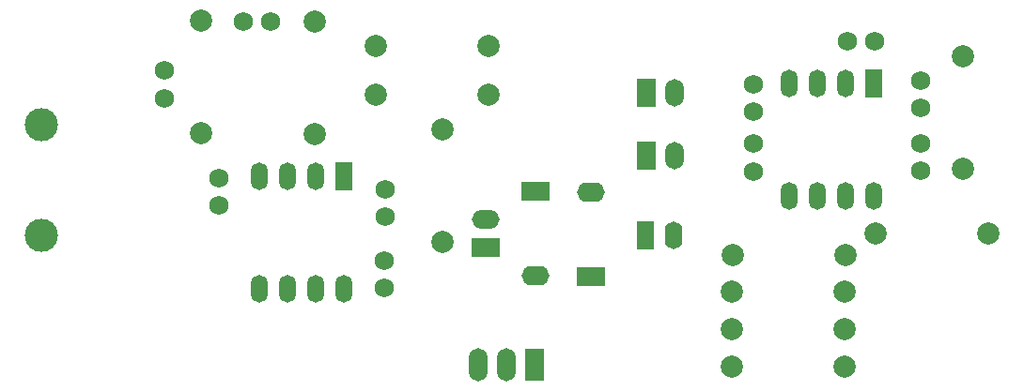
<source format=gbs>
%TF.GenerationSoftware,KiCad,Pcbnew,9.0.0*%
%TF.CreationDate,2025-03-10T10:12:29+01:00*%
%TF.ProjectId,project git rev,70726f6a-6563-4742-9067-697420726576,rev?*%
%TF.SameCoordinates,Original*%
%TF.FileFunction,Soldermask,Bot*%
%TF.FilePolarity,Negative*%
%FSLAX46Y46*%
G04 Gerber Fmt 4.6, Leading zero omitted, Abs format (unit mm)*
G04 Created by KiCad (PCBNEW 9.0.0) date 2025-03-10 10:12:29*
%MOMM*%
%LPD*%
G01*
G04 APERTURE LIST*
%ADD10O,1.700000X3.000000*%
%ADD11R,1.700000X3.000000*%
%ADD12C,2.000000*%
%ADD13C,1.750000*%
%ADD14R,2.500000X1.750000*%
%ADD15O,2.500000X1.750000*%
%ADD16R,1.700000X2.500000*%
%ADD17O,1.700000X2.500000*%
%ADD18R,2.500000X1.700000*%
%ADD19O,2.500000X1.700000*%
%ADD20C,3.000000*%
%ADD21R,1.500000X2.500000*%
%ADD22O,1.500000X2.500000*%
%ADD23R,1.600000X2.500000*%
%ADD24O,1.600000X2.500000*%
G04 APERTURE END LIST*
D10*
%TO.C,J1*%
X154810000Y-115200000D03*
X157350000Y-115200000D03*
D11*
X159890000Y-115200000D03*
%TD*%
D12*
%TO.C,R5*%
X200800000Y-103350000D03*
X190640000Y-103350000D03*
%TD*%
D13*
%TO.C,C11*%
X146400000Y-99300000D03*
X146400000Y-101800000D03*
%TD*%
%TO.C,C9*%
X194650000Y-95150000D03*
X194650000Y-97650000D03*
%TD*%
%TO.C,C3*%
X194650000Y-92000000D03*
X194650000Y-89500000D03*
%TD*%
%TO.C,C2*%
X190550000Y-86000000D03*
X188050000Y-86000000D03*
%TD*%
D12*
%TO.C,R13*%
X187850000Y-108580000D03*
X177690000Y-108580000D03*
%TD*%
%TO.C,R1*%
X129800000Y-84100000D03*
X129800000Y-94260000D03*
%TD*%
%TO.C,R2*%
X151550000Y-104050000D03*
X151550000Y-93890000D03*
%TD*%
D14*
%TO.C,D2*%
X164950000Y-107200000D03*
D15*
X164950000Y-99580000D03*
%TD*%
D13*
%TO.C,C10*%
X126550000Y-91100000D03*
X126550000Y-88600000D03*
%TD*%
D16*
%TO.C,J7*%
X169975000Y-90575000D03*
D17*
X172515000Y-90575000D03*
%TD*%
D12*
%TO.C,R3*%
X140100000Y-84220000D03*
X140100000Y-94380000D03*
%TD*%
%TO.C,R14*%
X187880000Y-105250000D03*
X177720000Y-105250000D03*
%TD*%
D13*
%TO.C,C4*%
X179600000Y-92350000D03*
X179600000Y-89850000D03*
%TD*%
D16*
%TO.C,J11*%
X169950000Y-96300000D03*
D17*
X172490000Y-96300000D03*
%TD*%
D13*
%TO.C,C6*%
X131425000Y-100800000D03*
X131425000Y-98300000D03*
%TD*%
%TO.C,C5*%
X133600000Y-84200000D03*
X136100000Y-84200000D03*
%TD*%
D18*
%TO.C,J4*%
X155500000Y-104550000D03*
D19*
X155500000Y-102010000D03*
%TD*%
D13*
%TO.C,C1*%
X179600000Y-97700000D03*
X179600000Y-95200000D03*
%TD*%
D12*
%TO.C,R8*%
X145600000Y-90800000D03*
X155760000Y-90800000D03*
%TD*%
D20*
%TO.C,MK1*%
X115407163Y-103500000D03*
X115407163Y-93500000D03*
%TD*%
D21*
%TO.C,LM567CN1*%
X190450000Y-89800000D03*
D22*
X187910000Y-89800000D03*
X185370000Y-89800000D03*
X182830000Y-89800000D03*
X182830000Y-99960000D03*
X185370000Y-99960000D03*
X187910000Y-99960000D03*
X190450000Y-99960000D03*
%TD*%
D14*
%TO.C,D1*%
X160000000Y-99490000D03*
D15*
X160000000Y-107110000D03*
%TD*%
D21*
%TO.C,U1*%
X142710000Y-98120000D03*
D22*
X140170000Y-98120000D03*
X137630000Y-98120000D03*
X135090000Y-98120000D03*
X135090000Y-108280000D03*
X137630000Y-108280000D03*
X140170000Y-108280000D03*
X142710000Y-108280000D03*
%TD*%
D12*
%TO.C,R4*%
X198500000Y-97500000D03*
X198500000Y-87340000D03*
%TD*%
%TO.C,R12*%
X187850000Y-111980000D03*
X177690000Y-111980000D03*
%TD*%
%TO.C,R11*%
X187850000Y-115330000D03*
X177690000Y-115330000D03*
%TD*%
D13*
%TO.C,C7*%
X146300000Y-105750000D03*
X146300000Y-108250000D03*
%TD*%
D23*
%TO.C,C8*%
X169900000Y-103450000D03*
D24*
X172400000Y-103450000D03*
%TD*%
D12*
%TO.C,R9*%
X155750000Y-86350000D03*
X145590000Y-86350000D03*
%TD*%
M02*

</source>
